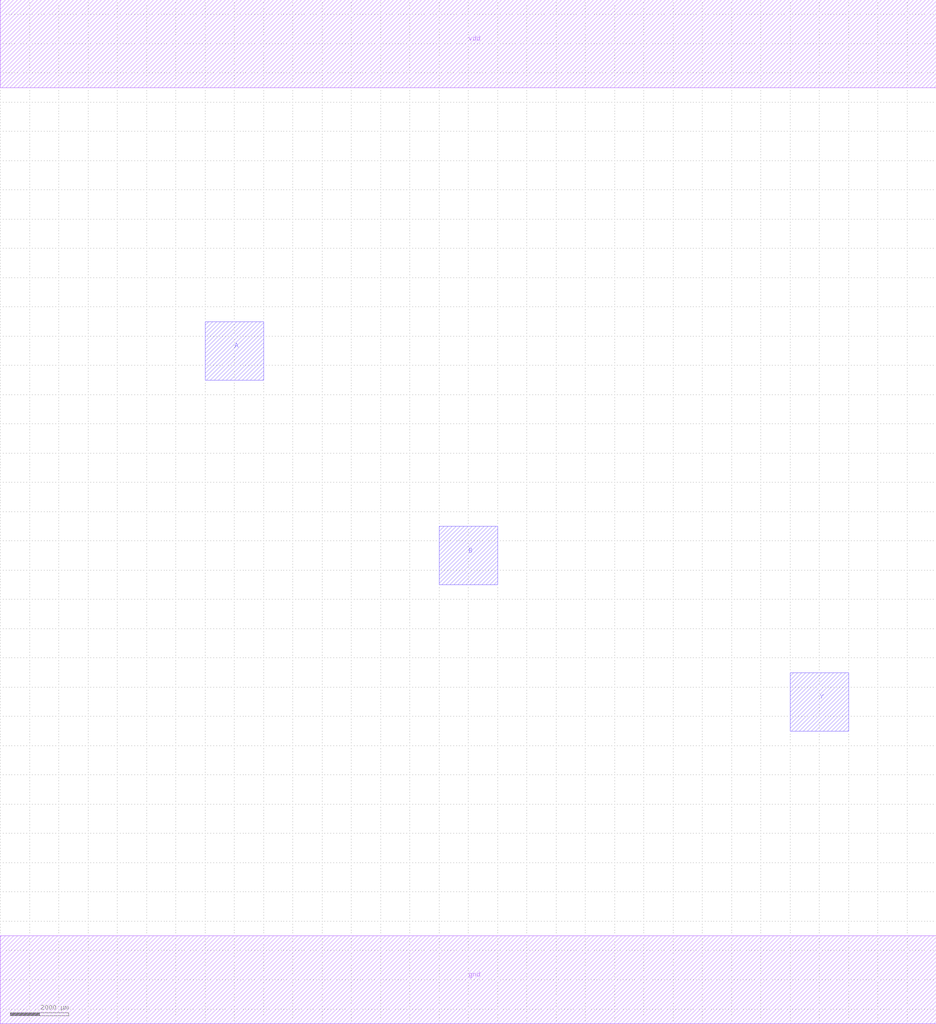
<source format=lef>
MACRO AND2X1
 CLASS CORE ;
 ORIGIN 0 0 ;
 FOREIGN AND2X1 0 0 ;
 SITE CORE ;
 SYMMETRY X Y R90 ;
  PIN vdd
   DIRECTION INOUT ;
   USE SIGNAL ;
   SHAPE ABUTMENT ;
    PORT
     CLASS CORE ;
       LAYER metal1 ;
        RECT 0.00000000 30500.00000000 32000.00000000 33500.00000000 ;
    END
  END vdd

  PIN gnd
   DIRECTION INOUT ;
   USE SIGNAL ;
   SHAPE ABUTMENT ;
    PORT
     CLASS CORE ;
       LAYER metal1 ;
        RECT 0.00000000 -1500.00000000 32000.00000000 1500.00000000 ;
    END
  END gnd

  PIN A
   DIRECTION INOUT ;
   USE SIGNAL ;
   SHAPE ABUTMENT ;
    PORT
     CLASS CORE ;
       LAYER metal2 ;
        RECT 7000.00000000 20500.00000000 9000.00000000 22500.00000000 ;
    END
  END A

  PIN B
   DIRECTION INOUT ;
   USE SIGNAL ;
   SHAPE ABUTMENT ;
    PORT
     CLASS CORE ;
       LAYER metal2 ;
        RECT 15000.00000000 13500.00000000 17000.00000000 15500.00000000 ;
    END
  END B

  PIN Y
   DIRECTION INOUT ;
   USE SIGNAL ;
   SHAPE ABUTMENT ;
    PORT
     CLASS CORE ;
       LAYER metal2 ;
        RECT 27000.00000000 8500.00000000 29000.00000000 10500.00000000 ;
    END
  END Y


END AND2X1

</source>
